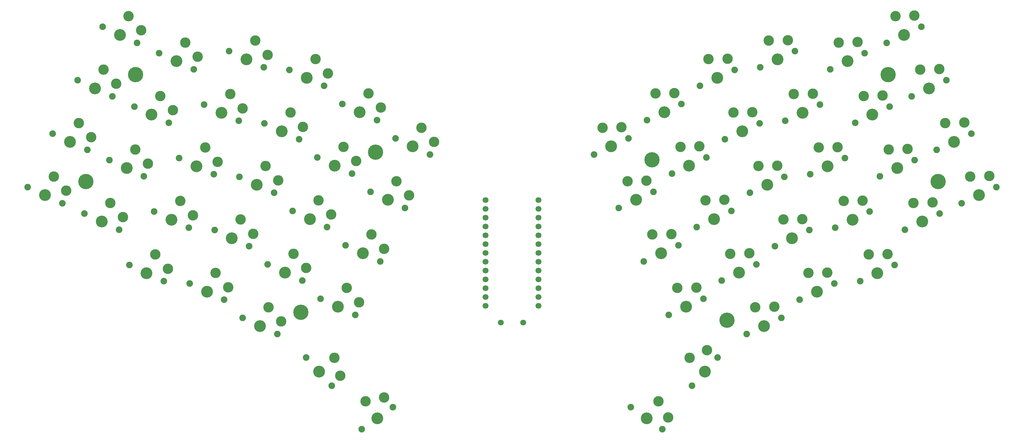
<source format=gts>
%TF.GenerationSoftware,KiCad,Pcbnew,8.0.7*%
%TF.CreationDate,2024-12-23T04:42:48-05:00*%
%TF.ProjectId,choc,63686f63-2e6b-4696-9361-645f70636258,v1.0.0*%
%TF.SameCoordinates,Original*%
%TF.FileFunction,Soldermask,Top*%
%TF.FilePolarity,Negative*%
%FSLAX46Y46*%
G04 Gerber Fmt 4.6, Leading zero omitted, Abs format (unit mm)*
G04 Created by KiCad (PCBNEW 8.0.7) date 2024-12-23 04:42:48*
%MOMM*%
%LPD*%
G01*
G04 APERTURE LIST*
%ADD10C,0.700000*%
%ADD11C,4.400000*%
%ADD12C,1.700000*%
%ADD13C,1.900000*%
%ADD14C,3.000000*%
%ADD15C,3.400000*%
G04 APERTURE END LIST*
D10*
X272694739Y-177231620D03*
X272639655Y-175969968D03*
X273625817Y-178084794D03*
X274887469Y-178029710D03*
D11*
X274190149Y-176534300D03*
D10*
X273492829Y-175038890D03*
X274754481Y-174983806D03*
X275740643Y-177098632D03*
X275685559Y-175836980D03*
D12*
X219932598Y-141892014D03*
X219932597Y-144432014D03*
X219932599Y-146972014D03*
X219932598Y-149512014D03*
X219932598Y-152052016D03*
X219932598Y-154592014D03*
X219932595Y-157132013D03*
X219932598Y-159672016D03*
X219932599Y-162212015D03*
X219932599Y-164752015D03*
X219932598Y-167292015D03*
X219932598Y-169832017D03*
X219932598Y-172372014D03*
X204692598Y-172372016D03*
X204692599Y-169832016D03*
X204692597Y-167292016D03*
X204692598Y-164752016D03*
X204692598Y-162212014D03*
X204692598Y-159672016D03*
X204692601Y-157132017D03*
X204692598Y-154592014D03*
X204692597Y-152052015D03*
X204692597Y-149512015D03*
X204692598Y-146972015D03*
X204692598Y-144432013D03*
X204692598Y-141892016D03*
X209062591Y-177227013D03*
X215562591Y-177227017D03*
D10*
X319142390Y-106472409D03*
X319087306Y-105210757D03*
X320073468Y-107325583D03*
X321335120Y-107270499D03*
D11*
X320637800Y-105775089D03*
D10*
X319940480Y-104279679D03*
X321202132Y-104224595D03*
X322188294Y-106339421D03*
X322133210Y-105077769D03*
X102491981Y-105077766D03*
X102436898Y-106339418D03*
X103423059Y-104224593D03*
X104684711Y-104279676D03*
D11*
X103987391Y-105775086D03*
D10*
X103290071Y-107270496D03*
X104551723Y-107325579D03*
X105537884Y-105210754D03*
X105482801Y-106472406D03*
X149996175Y-173571213D03*
X149941092Y-174832865D03*
X150927253Y-172718040D03*
X152188905Y-172773123D03*
D11*
X151491585Y-174268533D03*
D10*
X150794265Y-175763943D03*
X152055917Y-175819026D03*
X153042078Y-173704201D03*
X152986995Y-174965853D03*
X88122959Y-135892232D03*
X88067876Y-137153884D03*
X89054037Y-135039059D03*
X90315689Y-135094142D03*
D11*
X89618369Y-136589552D03*
D10*
X88921049Y-138084962D03*
X90182701Y-138140045D03*
X91168862Y-136025220D03*
X91113779Y-137286872D03*
X171549704Y-127349515D03*
X171494621Y-128611167D03*
X172480782Y-126496342D03*
X173742434Y-126551425D03*
D11*
X173045114Y-128046835D03*
D10*
X172347794Y-129542245D03*
X173609446Y-129597328D03*
X174595607Y-127482503D03*
X174540524Y-128744155D03*
X251141208Y-131009920D03*
X251086124Y-129748268D03*
X252072286Y-131863094D03*
X253333938Y-131808010D03*
D11*
X252636618Y-130312600D03*
D10*
X251939298Y-128817190D03*
X253200950Y-128762106D03*
X254187112Y-130876932D03*
X254132028Y-129615280D03*
X333511411Y-137286872D03*
X333456327Y-136025220D03*
X334442489Y-138140046D03*
X335704141Y-138084962D03*
D11*
X335006821Y-136589552D03*
D10*
X334309501Y-135094142D03*
X335571153Y-135039058D03*
X336557315Y-137153884D03*
X336502231Y-135892232D03*
D13*
X258344402Y-134271279D03*
D14*
X260814517Y-126554351D03*
D15*
X263329095Y-131946881D03*
D14*
X266275815Y-126435135D03*
D13*
X268313788Y-129622483D03*
X325457611Y-150421126D03*
D14*
X327927726Y-142704198D03*
D15*
X330442304Y-148096728D03*
D14*
X333389024Y-142584982D03*
D13*
X335426997Y-145772330D03*
X283786976Y-103649793D03*
D14*
X286257091Y-95932865D03*
D15*
X288771669Y-101325395D03*
D14*
X291718389Y-95813649D03*
D13*
X293756362Y-99000997D03*
X265528918Y-149678512D03*
D14*
X267999033Y-141961584D03*
D15*
X270513611Y-147354114D03*
D14*
X273460331Y-141842368D03*
D13*
X275498304Y-145029716D03*
X243087410Y-144144178D03*
D14*
X245557525Y-136427250D03*
D15*
X248072103Y-141819780D03*
D14*
X251018823Y-136308034D03*
D13*
X253056796Y-139495382D03*
X164383877Y-154902615D03*
D14*
X171883148Y-151834483D03*
D15*
X169368570Y-157227013D03*
D14*
X175484927Y-155941451D03*
D13*
X174353263Y-159551411D03*
X266416893Y-108991151D03*
D14*
X268887008Y-101274223D03*
D15*
X271401586Y-106666753D03*
D14*
X274348306Y-101155007D03*
D13*
X276386279Y-104342355D03*
X102130787Y-160629924D03*
D14*
X109630058Y-157561792D03*
D15*
X107115480Y-162954322D03*
D14*
X113231837Y-161668760D03*
D13*
X112100173Y-165278720D03*
X312525020Y-165278722D03*
D14*
X314995135Y-157561794D03*
D15*
X317509713Y-162954324D03*
D14*
X320456433Y-157442578D03*
D13*
X322494406Y-160629926D03*
X148238911Y-104342355D03*
D14*
X155738182Y-101274223D03*
D15*
X153223604Y-106666753D03*
D14*
X159339961Y-105381191D03*
D13*
X158208297Y-108991151D03*
X178752902Y-124088156D03*
D14*
X186252173Y-121020024D03*
D15*
X183737595Y-126412554D03*
D14*
X189853952Y-125126992D03*
D13*
X188722288Y-128736952D03*
X298155999Y-134464253D03*
D14*
X300626114Y-126747325D03*
D15*
X303140692Y-132139855D03*
D14*
X306087412Y-126628109D03*
D13*
X308125385Y-129815457D03*
X80069157Y-122757975D03*
D14*
X87568428Y-119689843D03*
D15*
X85053850Y-125082373D03*
D14*
X91170207Y-123796811D03*
D13*
X90038543Y-127406771D03*
X116499809Y-129815456D03*
D14*
X123999080Y-126747324D03*
D15*
X121484502Y-132139854D03*
D14*
X127600859Y-130854292D03*
D13*
X126469195Y-134464252D03*
X280785908Y-139805618D03*
D14*
X283256023Y-132088690D03*
D15*
X285770601Y-137481220D03*
D14*
X288717321Y-131969474D03*
D13*
X290755294Y-135156822D03*
X251159895Y-118864050D03*
D14*
X253630010Y-111147122D03*
D15*
X256144588Y-116539652D03*
D14*
X259091308Y-111027906D03*
D13*
X261129281Y-114215254D03*
X133869887Y-135156822D03*
D14*
X141369158Y-132088690D03*
D15*
X138854580Y-137481220D03*
D14*
X144970937Y-136195658D03*
D13*
X143839273Y-139805618D03*
X119500872Y-165971285D03*
D14*
X127000143Y-162903153D03*
D15*
X124485565Y-168295683D03*
D14*
X130601922Y-167010121D03*
D13*
X129470258Y-170620081D03*
X89198189Y-145772334D03*
D14*
X96697460Y-142704202D03*
D15*
X94182882Y-148096732D03*
D14*
X100299239Y-146811170D03*
D13*
X99167575Y-150421130D03*
X123684319Y-114408226D03*
D14*
X131183590Y-111340094D03*
D15*
X128669012Y-116732624D03*
D14*
X134785369Y-115447062D03*
D13*
X133653705Y-119057022D03*
X72884652Y-138165202D03*
D14*
X80383923Y-135097070D03*
D15*
X77869345Y-140489600D03*
D14*
X83985702Y-139204038D03*
D13*
X82854038Y-142813998D03*
X134757869Y-175844185D03*
D14*
X142257140Y-172776053D03*
D15*
X139742562Y-178168583D03*
D14*
X145858919Y-176883021D03*
D13*
X144727255Y-180492981D03*
X149126885Y-145029719D03*
D14*
X156626156Y-141961587D03*
D15*
X154111578Y-147354117D03*
D14*
X160227935Y-146068555D03*
D13*
X159096271Y-149678515D03*
X87253674Y-107350741D03*
D14*
X94752945Y-104282609D03*
D15*
X92238367Y-109675139D03*
D14*
X98354724Y-108389577D03*
D13*
X97223060Y-111999537D03*
X141942378Y-160436956D03*
D14*
X149441649Y-157368824D03*
D15*
X146927071Y-162761354D03*
D14*
X153043428Y-161475792D03*
D13*
X151911764Y-165085752D03*
X257456431Y-174958643D03*
D14*
X259926546Y-167241715D03*
D15*
X262441124Y-172634245D03*
D14*
X265387844Y-167122499D03*
D13*
X267425817Y-170309847D03*
X341771151Y-142814006D03*
D14*
X344241266Y-135097078D03*
D15*
X346755844Y-140489608D03*
D14*
X349702564Y-134977862D03*
D13*
X351740537Y-138165210D03*
X320217625Y-96592305D03*
D14*
X322687740Y-88875377D03*
D15*
X325202318Y-94267907D03*
D14*
X328149038Y-88756161D03*
D13*
X330187011Y-91943509D03*
X156311397Y-129622483D03*
D14*
X163810668Y-126554351D03*
D15*
X161296090Y-131946881D03*
D14*
X167412447Y-130661319D03*
D13*
X166280783Y-134271279D03*
X327402131Y-111999541D03*
D14*
X329872246Y-104282613D03*
D15*
X332386824Y-109675143D03*
D14*
X335333544Y-104163397D03*
D13*
X337371517Y-107350745D03*
X279897944Y-180492977D03*
D14*
X282368059Y-172776049D03*
D15*
X284882637Y-178168579D03*
D14*
X287829357Y-172656833D03*
D13*
X289867330Y-175844181D03*
X318273107Y-135013898D03*
D14*
X320743222Y-127296970D03*
D15*
X323257800Y-132689500D03*
D14*
X326204520Y-127177754D03*
D13*
X328242493Y-130365102D03*
X96382703Y-130365102D03*
D14*
X103881974Y-127296970D03*
D15*
X101367396Y-132689500D03*
D14*
X107483753Y-131403938D03*
D13*
X106352089Y-135013898D03*
X303904082Y-104199431D03*
D14*
X306374197Y-96482503D03*
D15*
X308888775Y-101875033D03*
D14*
X311835495Y-96363287D03*
D13*
X313873468Y-99550635D03*
X246565698Y-201606569D03*
D14*
X254483813Y-199887282D03*
D15*
X251071033Y-204761238D03*
D14*
X257317704Y-204557299D03*
D13*
X255576368Y-207915907D03*
X250271925Y-159551413D03*
D14*
X252742040Y-151834485D03*
D15*
X255256618Y-157227015D03*
D14*
X258203338Y-151715269D03*
D13*
X260241311Y-154902617D03*
X235902899Y-128736947D03*
D14*
X238373014Y-121020019D03*
D15*
X240887592Y-126412549D03*
D14*
X243834312Y-120900803D03*
D13*
X245872285Y-124088151D03*
X94438180Y-91943507D03*
D14*
X101937451Y-88875375D03*
D15*
X99422873Y-94267905D03*
D14*
X105539230Y-92982343D03*
D13*
X104407566Y-96592303D03*
X295154934Y-170620079D03*
D14*
X297625049Y-162903151D03*
D15*
X300139627Y-168295681D03*
D14*
X303086347Y-162783935D03*
D13*
X305124320Y-165971283D03*
X103567210Y-114957869D03*
D14*
X111066481Y-111889737D03*
D15*
X108551903Y-117282267D03*
D14*
X114668260Y-115996705D03*
D13*
X113536596Y-119606665D03*
X290971492Y-119057028D03*
D14*
X293441607Y-111340100D03*
D15*
X295956185Y-116732630D03*
D14*
X298902905Y-111220884D03*
D13*
X300940878Y-114408232D03*
X163495904Y-114215251D03*
D14*
X170995175Y-111147119D03*
D15*
X168480597Y-116539649D03*
D14*
X174596954Y-115254087D03*
D13*
X173465290Y-118864047D03*
X287970425Y-155212847D03*
D14*
X290440540Y-147495919D03*
D15*
X292955118Y-152888449D03*
D14*
X295901838Y-147376703D03*
D13*
X297939811Y-150564051D03*
X126685385Y-150564050D03*
D14*
X134184656Y-147495918D03*
D15*
X131670078Y-152888448D03*
D14*
X137786435Y-151602886D03*
D13*
X136654771Y-155212846D03*
X334586645Y-127406767D03*
D14*
X337056760Y-119689839D03*
D15*
X339571338Y-125082369D03*
D14*
X342518058Y-119570623D03*
D13*
X344556031Y-122757971D03*
X264177389Y-195435823D03*
D14*
X263435897Y-187367201D03*
D15*
X267857609Y-191348527D03*
D14*
X268416468Y-185123565D03*
D13*
X271537829Y-187261231D03*
X305340509Y-149871491D03*
D14*
X307810624Y-142154563D03*
D15*
X310325202Y-147547093D03*
D14*
X313271922Y-142035347D03*
D13*
X315309895Y-145222695D03*
X130868828Y-99000995D03*
D14*
X138368099Y-95932863D03*
D15*
X135853521Y-101325393D03*
D14*
X141969878Y-100039831D03*
D13*
X140838214Y-103649791D03*
X169048825Y-207915911D03*
D15*
X173554160Y-204761242D03*
D14*
X170141380Y-199887286D03*
X175499008Y-198821539D03*
D13*
X178059495Y-201606573D03*
X110751723Y-99550636D03*
D14*
X118250994Y-96482504D03*
D15*
X115736416Y-101875034D03*
D14*
X121852773Y-100589472D03*
D13*
X120721109Y-104199432D03*
X272713428Y-165085743D03*
D14*
X275183543Y-157368815D03*
D15*
X277698121Y-162761345D03*
D14*
X280644841Y-157249599D03*
D13*
X282682814Y-160436947D03*
X141054406Y-119749590D03*
D14*
X148553677Y-116681458D03*
D15*
X146039099Y-122073988D03*
D14*
X152155456Y-120788426D03*
D13*
X151023792Y-124398386D03*
X273601403Y-124398382D03*
D14*
X276071518Y-116681454D03*
D15*
X278586096Y-122073984D03*
D14*
X281532816Y-116562238D03*
D13*
X283570789Y-119749586D03*
X171568388Y-139495381D03*
D14*
X179067659Y-136427249D03*
D15*
X176553081Y-141819779D03*
D14*
X182669438Y-140534217D03*
D13*
X181537774Y-144144177D03*
X109315298Y-145222692D03*
D14*
X116814569Y-142154560D03*
D15*
X114299991Y-147547090D03*
D14*
X120416348Y-146261528D03*
D13*
X119284684Y-149871488D03*
X311088590Y-119606665D03*
D14*
X313558705Y-111889737D03*
D15*
X316073283Y-117282267D03*
D14*
X319020003Y-111770521D03*
D13*
X321057976Y-114957869D03*
X157199366Y-170309848D03*
D14*
X164698637Y-167241716D03*
D15*
X162184059Y-172634246D03*
D14*
X168300416Y-171348684D03*
D13*
X167168752Y-174958644D03*
X153087366Y-187261230D03*
D14*
X161189295Y-187367202D03*
D15*
X156767586Y-191348527D03*
D14*
X162900031Y-192555012D03*
D13*
X160447806Y-195435824D03*
M02*

</source>
